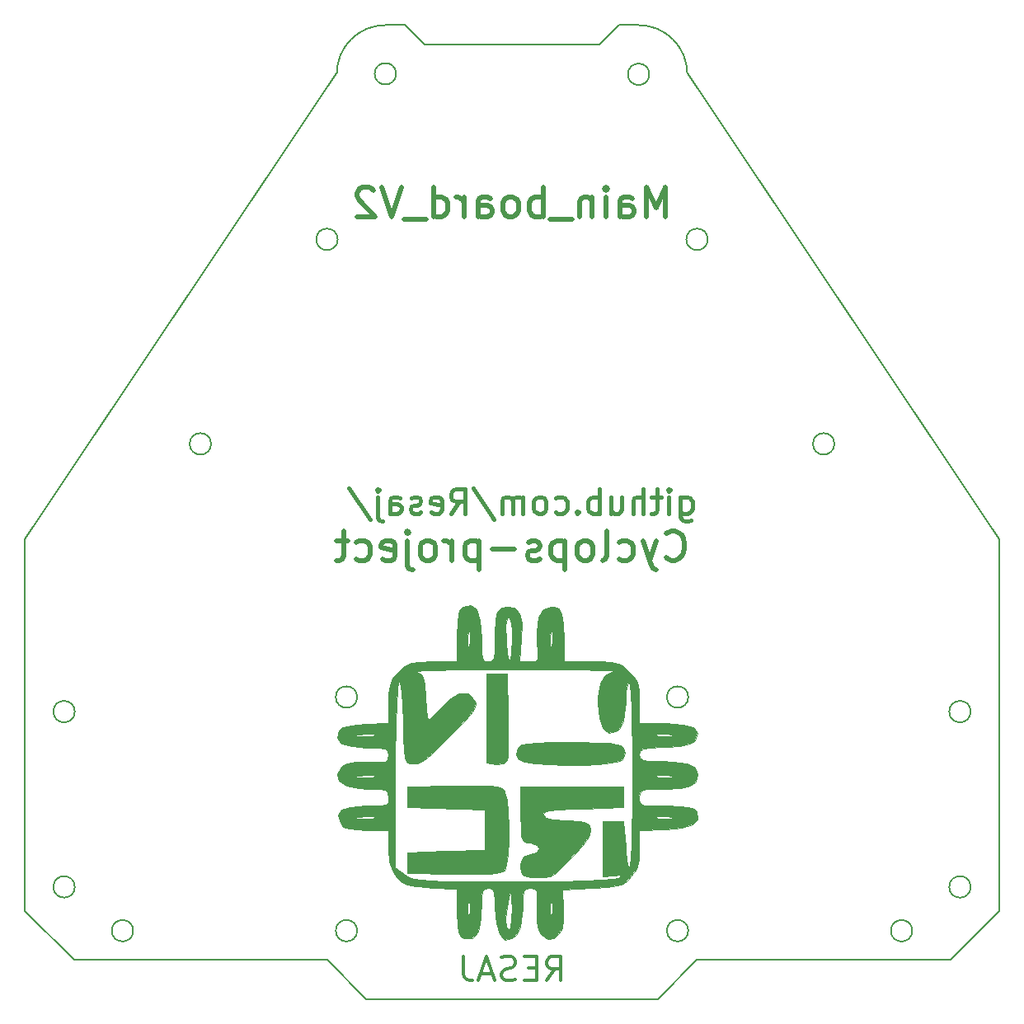
<source format=gbo>
G04 #@! TF.FileFunction,Legend,Bot*
%FSLAX46Y46*%
G04 Gerber Fmt 4.6, Leading zero omitted, Abs format (unit mm)*
G04 Created by KiCad (PCBNEW 4.0.7) date 01/20/18 23:10:14*
%MOMM*%
%LPD*%
G01*
G04 APERTURE LIST*
%ADD10C,0.100000*%
%ADD11C,0.400000*%
%ADD12C,0.500000*%
%ADD13C,0.150000*%
%ADD14C,0.300000*%
%ADD15C,0.010000*%
%ADD16R,2.000000X2.000000*%
%ADD17O,2.000000X2.000000*%
%ADD18R,2.100000X2.100000*%
%ADD19O,2.100000X2.100000*%
%ADD20R,2.200000X2.200000*%
%ADD21C,2.200000*%
%ADD22O,2.200000X2.200000*%
%ADD23R,2.150000X2.150000*%
%ADD24C,2.150000*%
%ADD25C,2.000000*%
%ADD26C,1.800000*%
%ADD27R,2.000000X2.800000*%
%ADD28O,2.000000X2.800000*%
%ADD29C,2.400000*%
%ADD30R,1.750000X1.750000*%
%ADD31O,1.750000X1.750000*%
G04 APERTURE END LIST*
D10*
D11*
X67309524Y51535714D02*
X67309524Y49511905D01*
X67428572Y49273810D01*
X67547620Y49154762D01*
X67785715Y49035714D01*
X68142858Y49035714D01*
X68380953Y49154762D01*
X67309524Y49988095D02*
X67547620Y49869048D01*
X68023810Y49869048D01*
X68261905Y49988095D01*
X68380953Y50107143D01*
X68500001Y50345238D01*
X68500001Y51059524D01*
X68380953Y51297619D01*
X68261905Y51416667D01*
X68023810Y51535714D01*
X67547620Y51535714D01*
X67309524Y51416667D01*
X66119048Y49869048D02*
X66119048Y51535714D01*
X66119048Y52369048D02*
X66238096Y52250000D01*
X66119048Y52130952D01*
X66000000Y52250000D01*
X66119048Y52369048D01*
X66119048Y52130952D01*
X65285715Y51535714D02*
X64333334Y51535714D01*
X64928572Y52369048D02*
X64928572Y50226190D01*
X64809524Y49988095D01*
X64571429Y49869048D01*
X64333334Y49869048D01*
X63500001Y49869048D02*
X63500001Y52369048D01*
X62428572Y49869048D02*
X62428572Y51178571D01*
X62547620Y51416667D01*
X62785715Y51535714D01*
X63142858Y51535714D01*
X63380953Y51416667D01*
X63500001Y51297619D01*
X60166667Y51535714D02*
X60166667Y49869048D01*
X61238096Y51535714D02*
X61238096Y50226190D01*
X61119048Y49988095D01*
X60880953Y49869048D01*
X60523810Y49869048D01*
X60285715Y49988095D01*
X60166667Y50107143D01*
X58976191Y49869048D02*
X58976191Y52369048D01*
X58976191Y51416667D02*
X58738096Y51535714D01*
X58261905Y51535714D01*
X58023810Y51416667D01*
X57904762Y51297619D01*
X57785715Y51059524D01*
X57785715Y50345238D01*
X57904762Y50107143D01*
X58023810Y49988095D01*
X58261905Y49869048D01*
X58738096Y49869048D01*
X58976191Y49988095D01*
X56714286Y50107143D02*
X56595238Y49988095D01*
X56714286Y49869048D01*
X56833334Y49988095D01*
X56714286Y50107143D01*
X56714286Y49869048D01*
X54452381Y49988095D02*
X54690477Y49869048D01*
X55166667Y49869048D01*
X55404762Y49988095D01*
X55523810Y50107143D01*
X55642858Y50345238D01*
X55642858Y51059524D01*
X55523810Y51297619D01*
X55404762Y51416667D01*
X55166667Y51535714D01*
X54690477Y51535714D01*
X54452381Y51416667D01*
X53023810Y49869048D02*
X53261905Y49988095D01*
X53380953Y50107143D01*
X53500001Y50345238D01*
X53500001Y51059524D01*
X53380953Y51297619D01*
X53261905Y51416667D01*
X53023810Y51535714D01*
X52666667Y51535714D01*
X52428572Y51416667D01*
X52309524Y51297619D01*
X52190477Y51059524D01*
X52190477Y50345238D01*
X52309524Y50107143D01*
X52428572Y49988095D01*
X52666667Y49869048D01*
X53023810Y49869048D01*
X51119048Y49869048D02*
X51119048Y51535714D01*
X51119048Y51297619D02*
X51000000Y51416667D01*
X50761905Y51535714D01*
X50404762Y51535714D01*
X50166667Y51416667D01*
X50047619Y51178571D01*
X50047619Y49869048D01*
X50047619Y51178571D02*
X49928572Y51416667D01*
X49690476Y51535714D01*
X49333334Y51535714D01*
X49095238Y51416667D01*
X48976191Y51178571D01*
X48976191Y49869048D01*
X46000001Y52488095D02*
X48142858Y49273810D01*
X43738095Y49869048D02*
X44571429Y51059524D01*
X45166667Y49869048D02*
X45166667Y52369048D01*
X44214286Y52369048D01*
X43976191Y52250000D01*
X43857143Y52130952D01*
X43738095Y51892857D01*
X43738095Y51535714D01*
X43857143Y51297619D01*
X43976191Y51178571D01*
X44214286Y51059524D01*
X45166667Y51059524D01*
X41714286Y49988095D02*
X41952381Y49869048D01*
X42428572Y49869048D01*
X42666667Y49988095D01*
X42785715Y50226190D01*
X42785715Y51178571D01*
X42666667Y51416667D01*
X42428572Y51535714D01*
X41952381Y51535714D01*
X41714286Y51416667D01*
X41595238Y51178571D01*
X41595238Y50940476D01*
X42785715Y50702381D01*
X40642858Y49988095D02*
X40404762Y49869048D01*
X39928572Y49869048D01*
X39690477Y49988095D01*
X39571429Y50226190D01*
X39571429Y50345238D01*
X39690477Y50583333D01*
X39928572Y50702381D01*
X40285715Y50702381D01*
X40523810Y50821429D01*
X40642858Y51059524D01*
X40642858Y51178571D01*
X40523810Y51416667D01*
X40285715Y51535714D01*
X39928572Y51535714D01*
X39690477Y51416667D01*
X37428571Y49869048D02*
X37428571Y51178571D01*
X37547619Y51416667D01*
X37785714Y51535714D01*
X38261905Y51535714D01*
X38500000Y51416667D01*
X37428571Y49988095D02*
X37666667Y49869048D01*
X38261905Y49869048D01*
X38500000Y49988095D01*
X38619048Y50226190D01*
X38619048Y50464286D01*
X38500000Y50702381D01*
X38261905Y50821429D01*
X37666667Y50821429D01*
X37428571Y50940476D01*
X36238095Y51535714D02*
X36238095Y49392857D01*
X36357143Y49154762D01*
X36595238Y49035714D01*
X36714285Y49035714D01*
X36238095Y52369048D02*
X36357143Y52250000D01*
X36238095Y52130952D01*
X36119047Y52250000D01*
X36238095Y52369048D01*
X36238095Y52130952D01*
X33261905Y52488095D02*
X35404762Y49273810D01*
D12*
X65857144Y45328571D02*
X66000001Y45185714D01*
X66428572Y45042857D01*
X66714286Y45042857D01*
X67142858Y45185714D01*
X67428572Y45471429D01*
X67571429Y45757143D01*
X67714286Y46328571D01*
X67714286Y46757143D01*
X67571429Y47328571D01*
X67428572Y47614286D01*
X67142858Y47900000D01*
X66714286Y48042857D01*
X66428572Y48042857D01*
X66000001Y47900000D01*
X65857144Y47757143D01*
X64857144Y47042857D02*
X64142858Y45042857D01*
X63428572Y47042857D02*
X64142858Y45042857D01*
X64428572Y44328571D01*
X64571429Y44185714D01*
X64857144Y44042857D01*
X61000001Y45185714D02*
X61285715Y45042857D01*
X61857144Y45042857D01*
X62142858Y45185714D01*
X62285715Y45328571D01*
X62428572Y45614286D01*
X62428572Y46471429D01*
X62285715Y46757143D01*
X62142858Y46900000D01*
X61857144Y47042857D01*
X61285715Y47042857D01*
X61000001Y46900000D01*
X59285715Y45042857D02*
X59571429Y45185714D01*
X59714286Y45471429D01*
X59714286Y48042857D01*
X57714286Y45042857D02*
X58000000Y45185714D01*
X58142857Y45328571D01*
X58285714Y45614286D01*
X58285714Y46471429D01*
X58142857Y46757143D01*
X58000000Y46900000D01*
X57714286Y47042857D01*
X57285714Y47042857D01*
X57000000Y46900000D01*
X56857143Y46757143D01*
X56714286Y46471429D01*
X56714286Y45614286D01*
X56857143Y45328571D01*
X57000000Y45185714D01*
X57285714Y45042857D01*
X57714286Y45042857D01*
X55428571Y47042857D02*
X55428571Y44042857D01*
X55428571Y46900000D02*
X55142857Y47042857D01*
X54571428Y47042857D01*
X54285714Y46900000D01*
X54142857Y46757143D01*
X54000000Y46471429D01*
X54000000Y45614286D01*
X54142857Y45328571D01*
X54285714Y45185714D01*
X54571428Y45042857D01*
X55142857Y45042857D01*
X55428571Y45185714D01*
X52857142Y45185714D02*
X52571428Y45042857D01*
X52000000Y45042857D01*
X51714285Y45185714D01*
X51571428Y45471429D01*
X51571428Y45614286D01*
X51714285Y45900000D01*
X52000000Y46042857D01*
X52428571Y46042857D01*
X52714285Y46185714D01*
X52857142Y46471429D01*
X52857142Y46614286D01*
X52714285Y46900000D01*
X52428571Y47042857D01*
X52000000Y47042857D01*
X51714285Y46900000D01*
X50285714Y46185714D02*
X48000000Y46185714D01*
X46571428Y47042857D02*
X46571428Y44042857D01*
X46571428Y46900000D02*
X46285714Y47042857D01*
X45714285Y47042857D01*
X45428571Y46900000D01*
X45285714Y46757143D01*
X45142857Y46471429D01*
X45142857Y45614286D01*
X45285714Y45328571D01*
X45428571Y45185714D01*
X45714285Y45042857D01*
X46285714Y45042857D01*
X46571428Y45185714D01*
X43857142Y45042857D02*
X43857142Y47042857D01*
X43857142Y46471429D02*
X43714285Y46757143D01*
X43571428Y46900000D01*
X43285714Y47042857D01*
X42999999Y47042857D01*
X41571428Y45042857D02*
X41857142Y45185714D01*
X41999999Y45328571D01*
X42142856Y45614286D01*
X42142856Y46471429D01*
X41999999Y46757143D01*
X41857142Y46900000D01*
X41571428Y47042857D01*
X41142856Y47042857D01*
X40857142Y46900000D01*
X40714285Y46757143D01*
X40571428Y46471429D01*
X40571428Y45614286D01*
X40714285Y45328571D01*
X40857142Y45185714D01*
X41142856Y45042857D01*
X41571428Y45042857D01*
X39285713Y47042857D02*
X39285713Y44471429D01*
X39428570Y44185714D01*
X39714285Y44042857D01*
X39857142Y44042857D01*
X39285713Y48042857D02*
X39428570Y47900000D01*
X39285713Y47757143D01*
X39142856Y47900000D01*
X39285713Y48042857D01*
X39285713Y47757143D01*
X36714285Y45185714D02*
X36999999Y45042857D01*
X37571428Y45042857D01*
X37857142Y45185714D01*
X37999999Y45471429D01*
X37999999Y46614286D01*
X37857142Y46900000D01*
X37571428Y47042857D01*
X36999999Y47042857D01*
X36714285Y46900000D01*
X36571428Y46614286D01*
X36571428Y46328571D01*
X37999999Y46042857D01*
X33999999Y45185714D02*
X34285713Y45042857D01*
X34857142Y45042857D01*
X35142856Y45185714D01*
X35285713Y45328571D01*
X35428570Y45614286D01*
X35428570Y46471429D01*
X35285713Y46757143D01*
X35142856Y46900000D01*
X34857142Y47042857D01*
X34285713Y47042857D01*
X33999999Y46900000D01*
X33142856Y47042857D02*
X31999999Y47042857D01*
X32714284Y48042857D02*
X32714284Y45471429D01*
X32571427Y45185714D01*
X32285713Y45042857D01*
X31999999Y45042857D01*
D13*
X61000000Y100000000D02*
X63000000Y100000000D01*
X37000000Y100000000D02*
X39000000Y100000000D01*
X59000000Y98000000D02*
X61000000Y100000000D01*
X41000000Y98000000D02*
X59000000Y98000000D01*
X39000000Y100000000D02*
X41000000Y98000000D01*
D12*
X65785714Y80342857D02*
X65785714Y83342857D01*
X64785714Y81200000D01*
X63785714Y83342857D01*
X63785714Y80342857D01*
X61071429Y80342857D02*
X61071429Y81914286D01*
X61214286Y82200000D01*
X61500000Y82342857D01*
X62071429Y82342857D01*
X62357143Y82200000D01*
X61071429Y80485714D02*
X61357143Y80342857D01*
X62071429Y80342857D01*
X62357143Y80485714D01*
X62500000Y80771429D01*
X62500000Y81057143D01*
X62357143Y81342857D01*
X62071429Y81485714D01*
X61357143Y81485714D01*
X61071429Y81628571D01*
X59642857Y80342857D02*
X59642857Y82342857D01*
X59642857Y83342857D02*
X59785714Y83200000D01*
X59642857Y83057143D01*
X59500000Y83200000D01*
X59642857Y83342857D01*
X59642857Y83057143D01*
X58214286Y82342857D02*
X58214286Y80342857D01*
X58214286Y82057143D02*
X58071429Y82200000D01*
X57785715Y82342857D01*
X57357143Y82342857D01*
X57071429Y82200000D01*
X56928572Y81914286D01*
X56928572Y80342857D01*
X56214286Y80057143D02*
X53928572Y80057143D01*
X53214286Y80342857D02*
X53214286Y83342857D01*
X53214286Y82200000D02*
X52928572Y82342857D01*
X52357143Y82342857D01*
X52071429Y82200000D01*
X51928572Y82057143D01*
X51785715Y81771429D01*
X51785715Y80914286D01*
X51928572Y80628571D01*
X52071429Y80485714D01*
X52357143Y80342857D01*
X52928572Y80342857D01*
X53214286Y80485714D01*
X50071429Y80342857D02*
X50357143Y80485714D01*
X50500000Y80628571D01*
X50642857Y80914286D01*
X50642857Y81771429D01*
X50500000Y82057143D01*
X50357143Y82200000D01*
X50071429Y82342857D01*
X49642857Y82342857D01*
X49357143Y82200000D01*
X49214286Y82057143D01*
X49071429Y81771429D01*
X49071429Y80914286D01*
X49214286Y80628571D01*
X49357143Y80485714D01*
X49642857Y80342857D01*
X50071429Y80342857D01*
X46500000Y80342857D02*
X46500000Y81914286D01*
X46642857Y82200000D01*
X46928571Y82342857D01*
X47500000Y82342857D01*
X47785714Y82200000D01*
X46500000Y80485714D02*
X46785714Y80342857D01*
X47500000Y80342857D01*
X47785714Y80485714D01*
X47928571Y80771429D01*
X47928571Y81057143D01*
X47785714Y81342857D01*
X47500000Y81485714D01*
X46785714Y81485714D01*
X46500000Y81628571D01*
X45071428Y80342857D02*
X45071428Y82342857D01*
X45071428Y81771429D02*
X44928571Y82057143D01*
X44785714Y82200000D01*
X44500000Y82342857D01*
X44214285Y82342857D01*
X41928571Y80342857D02*
X41928571Y83342857D01*
X41928571Y80485714D02*
X42214285Y80342857D01*
X42785714Y80342857D01*
X43071428Y80485714D01*
X43214285Y80628571D01*
X43357142Y80914286D01*
X43357142Y81771429D01*
X43214285Y82057143D01*
X43071428Y82200000D01*
X42785714Y82342857D01*
X42214285Y82342857D01*
X41928571Y82200000D01*
X41214285Y80057143D02*
X38928571Y80057143D01*
X38642857Y83342857D02*
X37642857Y80342857D01*
X36642857Y83342857D01*
X35785713Y83057143D02*
X35642856Y83200000D01*
X35357142Y83342857D01*
X34642856Y83342857D01*
X34357142Y83200000D01*
X34214285Y83057143D01*
X34071428Y82771429D01*
X34071428Y82485714D01*
X34214285Y82057143D01*
X35928571Y80342857D01*
X34071428Y80342857D01*
D13*
X100000000Y47200000D02*
X68000000Y95000000D01*
X68000000Y95000000D02*
G75*
G03X63000000Y100000000I-5000000J0D01*
G01*
X32000000Y95000000D02*
X0Y47200000D01*
X37000000Y100000000D02*
G75*
G03X32000000Y95000000I0J-5000000D01*
G01*
X83100000Y57000000D02*
G75*
G03X83100000Y57000000I-1100000J0D01*
G01*
X19100000Y57000000D02*
G75*
G03X19100000Y57000000I-1100000J0D01*
G01*
X70100000Y78000000D02*
G75*
G03X70100000Y78000000I-1100000J0D01*
G01*
X32100000Y78000000D02*
G75*
G03X32100000Y78000000I-1100000J0D01*
G01*
D14*
X53571428Y1869048D02*
X54404762Y3059524D01*
X55000000Y1869048D02*
X55000000Y4369048D01*
X54047619Y4369048D01*
X53809524Y4250000D01*
X53690476Y4130952D01*
X53571428Y3892857D01*
X53571428Y3535714D01*
X53690476Y3297619D01*
X53809524Y3178571D01*
X54047619Y3059524D01*
X55000000Y3059524D01*
X52500000Y3178571D02*
X51666667Y3178571D01*
X51309524Y1869048D02*
X52500000Y1869048D01*
X52500000Y4369048D01*
X51309524Y4369048D01*
X50357143Y1988095D02*
X50000000Y1869048D01*
X49404762Y1869048D01*
X49166666Y1988095D01*
X49047619Y2107143D01*
X48928571Y2345238D01*
X48928571Y2583333D01*
X49047619Y2821429D01*
X49166666Y2940476D01*
X49404762Y3059524D01*
X49880952Y3178571D01*
X50119047Y3297619D01*
X50238095Y3416667D01*
X50357143Y3654762D01*
X50357143Y3892857D01*
X50238095Y4130952D01*
X50119047Y4250000D01*
X49880952Y4369048D01*
X49285714Y4369048D01*
X48928571Y4250000D01*
X47976191Y2583333D02*
X46785714Y2583333D01*
X48214286Y1869048D02*
X47380952Y4369048D01*
X46547619Y1869048D01*
X45000000Y4369048D02*
X45000000Y2583333D01*
X45119048Y2226190D01*
X45357143Y1988095D01*
X45714286Y1869048D01*
X45952381Y1869048D01*
D13*
X64100000Y94950000D02*
G75*
G03X64100000Y94950000I-1100000J0D01*
G01*
X38100000Y95000000D02*
G75*
G03X38100000Y95000000I-1100000J0D01*
G01*
X34100000Y31000000D02*
G75*
G03X34100000Y31000000I-1100000J0D01*
G01*
X68100000Y31000000D02*
G75*
G03X68100000Y31000000I-1100000J0D01*
G01*
X68100000Y7000000D02*
G75*
G03X68100000Y7000000I-1100000J0D01*
G01*
X34100000Y7000000D02*
G75*
G03X34100000Y7000000I-1100000J0D01*
G01*
X91100000Y7000000D02*
G75*
G03X91100000Y7000000I-1100000J0D01*
G01*
X11100000Y7000000D02*
G75*
G03X11100000Y7000000I-1100000J0D01*
G01*
X95000000Y4000000D02*
X100000000Y9000000D01*
X69000000Y4000000D02*
X95000000Y4000000D01*
X65000000Y0D02*
X69000000Y4000000D01*
X35000000Y0D02*
X65000000Y0D01*
X5000000Y4000000D02*
X0Y9000000D01*
X31000000Y4000000D02*
X5000000Y4000000D01*
X35000000Y0D02*
X31000000Y4000000D01*
X97100000Y29500000D02*
G75*
G03X97100000Y29500000I-1100000J0D01*
G01*
X97100000Y11500000D02*
G75*
G03X97100000Y11500000I-1100000J0D01*
G01*
X5100000Y11500000D02*
G75*
G03X5100000Y11500000I-1100000J0D01*
G01*
X5100000Y29500000D02*
G75*
G03X5100000Y29500000I-1100000J0D01*
G01*
X0Y47200000D02*
X0Y9000000D01*
X100000000Y9000000D02*
X100000000Y47200000D01*
D15*
G36*
X45036612Y40273000D02*
X44679385Y39980354D01*
X44472038Y39467509D01*
X44376755Y38567995D01*
X44355555Y37275088D01*
X44355555Y34641667D01*
X41858974Y34641667D01*
X40507469Y34615470D01*
X39633951Y34492660D01*
X39011499Y34206907D01*
X38413195Y33691879D01*
X38331196Y33610470D01*
X37739824Y32932043D01*
X37429343Y32240906D01*
X37312883Y31270952D01*
X37300000Y30451589D01*
X37300000Y28323904D01*
X34955578Y28219591D01*
X33520815Y28098360D01*
X32654667Y27868970D01*
X32242007Y27527488D01*
X32042214Y26775939D01*
X32500271Y26233663D01*
X33596653Y25912517D01*
X35050140Y25822223D01*
X36271013Y25803103D01*
X36946456Y25708159D01*
X37236324Y25481007D01*
X37300475Y25065267D01*
X37300643Y25028473D01*
X37249251Y24587329D01*
X36983231Y24364771D01*
X36336195Y24306198D01*
X35237795Y24351538D01*
X33894684Y24364263D01*
X33050369Y24192584D01*
X32591319Y23885367D01*
X32076481Y23080820D01*
X32212780Y22408900D01*
X32951552Y21912309D01*
X34244134Y21633746D01*
X35208532Y21588889D01*
X36372925Y21569683D01*
X36998549Y21465221D01*
X37252030Y21205240D01*
X37299992Y20719476D01*
X37300000Y20706945D01*
X37258736Y20229387D01*
X37027693Y19965308D01*
X36445994Y19851644D01*
X35352762Y19825331D01*
X35050140Y19825000D01*
X33440574Y19724065D01*
X32477817Y19407843D01*
X32130649Y18856207D01*
X32349042Y18083662D01*
X32668568Y17679429D01*
X33202672Y17457599D01*
X34137206Y17367496D01*
X35019356Y17355556D01*
X37300000Y17355556D01*
X37300000Y15434950D01*
X37381850Y14109260D01*
X37683997Y13184100D01*
X38143848Y12533313D01*
X38652160Y12022078D01*
X39223424Y11710841D01*
X40059326Y11535768D01*
X41361552Y11433023D01*
X41671626Y11416749D01*
X44355555Y11281216D01*
X44355555Y8874103D01*
X44378386Y7581762D01*
X44479840Y6823479D01*
X44709363Y6428361D01*
X45116399Y6225514D01*
X45122425Y6223595D01*
X45940465Y6248929D01*
X46493691Y6926473D01*
X46780849Y8253954D01*
X46822178Y9241667D01*
X45653751Y9241667D01*
X45635688Y8272478D01*
X45588039Y7840941D01*
X45520619Y8026132D01*
X45511469Y8095139D01*
X45453086Y9332160D01*
X45511469Y10388195D01*
X45580638Y10654452D01*
X45631239Y10294284D01*
X45653458Y9386768D01*
X45653751Y9241667D01*
X46822178Y9241667D01*
X46825000Y9309093D01*
X46852454Y10468274D01*
X46972355Y11086372D01*
X47241013Y11326935D01*
X47530555Y11358334D01*
X47936404Y11275119D01*
X48148922Y10914529D01*
X48227912Y10110148D01*
X48236111Y9394864D01*
X48360778Y7721073D01*
X48714447Y6607786D01*
X49266623Y6092301D01*
X49986809Y6211918D01*
X50503968Y6621032D01*
X50885598Y7387196D01*
X51049475Y8740953D01*
X51058333Y9266865D01*
X51059539Y9329861D01*
X49958261Y9329861D01*
X49928852Y8140516D01*
X49805449Y7354186D01*
X49647222Y7125000D01*
X49418599Y7432549D01*
X49333996Y8181963D01*
X49336183Y8271528D01*
X49456982Y9476969D01*
X49647222Y10476389D01*
X49793608Y10919868D01*
X49885572Y10806857D01*
X49938670Y10080010D01*
X49958261Y9329861D01*
X51059539Y9329861D01*
X51080689Y10434201D01*
X51189575Y11061721D01*
X51447721Y11314764D01*
X51852083Y11358976D01*
X52293227Y11307585D01*
X52515785Y11041565D01*
X52574357Y10394528D01*
X52529018Y9296129D01*
X52516292Y7953018D01*
X52687972Y7108703D01*
X52995189Y6649653D01*
X53681232Y6136411D01*
X54276836Y6233490D01*
X54760630Y6644361D01*
X55123380Y7270876D01*
X55259630Y8294384D01*
X55245318Y9202000D01*
X55243455Y9241667D01*
X54120418Y9241667D01*
X54102354Y8272478D01*
X54054706Y7840941D01*
X53987285Y8026132D01*
X53978135Y8095139D01*
X53919753Y9332160D01*
X53978135Y10388195D01*
X54047305Y10654452D01*
X54097906Y10294284D01*
X54120125Y9386768D01*
X54120418Y9241667D01*
X55243455Y9241667D01*
X55152311Y11181945D01*
X58260483Y11369190D01*
X59783961Y11478873D01*
X60781276Y11620721D01*
X61431515Y11847604D01*
X61913768Y12212395D01*
X62210716Y12535390D01*
X62753439Y13356931D01*
X63004423Y14349738D01*
X63052778Y15420111D01*
X63052778Y17325877D01*
X65749728Y17428911D01*
X67457005Y17576966D01*
X68527544Y17886532D01*
X69018256Y18390049D01*
X69008650Y18607777D01*
X67155421Y18607777D01*
X66833805Y18559759D01*
X65953909Y18534521D01*
X65522222Y18532495D01*
X64462243Y18547817D01*
X63934468Y18588647D01*
X64012516Y18647286D01*
X64199305Y18670877D01*
X65523962Y18727959D01*
X66845139Y18670877D01*
X67155421Y18607777D01*
X69008650Y18607777D01*
X68986052Y19119959D01*
X68940826Y19247883D01*
X68695100Y19545607D01*
X68145124Y19723123D01*
X67149522Y19807139D01*
X65886072Y19825000D01*
X64483034Y19834309D01*
X63641866Y19892051D01*
X63218894Y20042950D01*
X63070441Y20331728D01*
X63052778Y20706945D01*
X63087029Y21160281D01*
X63290188Y21423577D01*
X63812866Y21548411D01*
X64805671Y21586362D01*
X65628055Y21588889D01*
X65663002Y21590342D01*
X62352041Y21590342D01*
X62340395Y19427553D01*
X62311516Y17447747D01*
X62264884Y15761974D01*
X62199983Y14481289D01*
X62116296Y13716741D01*
X62082639Y13592048D01*
X61925505Y13547731D01*
X61779751Y14163673D01*
X61655365Y15394576D01*
X61641666Y15591667D01*
X61465278Y18237500D01*
X59348611Y18237500D01*
X59348611Y12593056D01*
X60406944Y12696995D01*
X61069262Y12719855D01*
X61106765Y12570763D01*
X60936111Y12437814D01*
X60412163Y12324429D01*
X59225237Y12229995D01*
X57417693Y12155957D01*
X55031891Y12103760D01*
X52110191Y12074849D01*
X50135769Y12069291D01*
X47168424Y12069724D01*
X44824046Y12078068D01*
X43020048Y12099674D01*
X41673847Y12139893D01*
X40702857Y12204076D01*
X40024494Y12297576D01*
X39556172Y12425741D01*
X39215308Y12593925D01*
X38935075Y12795049D01*
X38005555Y13526210D01*
X38005555Y18599918D01*
X36596118Y18599918D01*
X36235950Y18549317D01*
X35328434Y18527097D01*
X35183333Y18526804D01*
X34214144Y18544868D01*
X33782607Y18592517D01*
X33967799Y18659937D01*
X34036805Y18669087D01*
X35273826Y18727469D01*
X36329861Y18669087D01*
X36596118Y18599918D01*
X38005555Y18599918D01*
X38005555Y22833251D01*
X36596118Y22833251D01*
X36235950Y22782650D01*
X35328434Y22760431D01*
X35183333Y22760138D01*
X34214144Y22778201D01*
X33782607Y22825850D01*
X33967799Y22893270D01*
X34036805Y22902420D01*
X35273826Y22960803D01*
X36329861Y22902420D01*
X36596118Y22833251D01*
X38005555Y22833251D01*
X38005555Y23004785D01*
X38018070Y25880481D01*
X38035547Y27066584D01*
X36596118Y27066584D01*
X36235950Y27015983D01*
X35328434Y26993764D01*
X35183333Y26993471D01*
X34214144Y27011535D01*
X33782607Y27059183D01*
X33967799Y27126604D01*
X34036805Y27135754D01*
X35273826Y27194136D01*
X36329861Y27135754D01*
X36596118Y27066584D01*
X38035547Y27066584D01*
X38054181Y28331150D01*
X38111744Y30295952D01*
X38188613Y31714047D01*
X38282641Y32524593D01*
X38347362Y32694609D01*
X38503972Y32455734D01*
X38635683Y31575861D01*
X38735617Y30119316D01*
X38788335Y28570290D01*
X38833691Y26761352D01*
X38889306Y25538932D01*
X38981465Y24784177D01*
X39136454Y24378229D01*
X39380557Y24202236D01*
X39740060Y24137341D01*
X39769444Y24133977D01*
X40270172Y24194004D01*
X40897117Y24530438D01*
X41748281Y25216639D01*
X42921665Y26325970D01*
X43598001Y26999953D01*
X44852193Y28280303D01*
X45668342Y29176353D01*
X46117677Y29792115D01*
X46271427Y30231604D01*
X46200821Y30598832D01*
X46143228Y30716671D01*
X45490032Y31369757D01*
X44609959Y31386306D01*
X43556995Y30777026D01*
X42810024Y30055556D01*
X42074372Y29271553D01*
X41541143Y28759193D01*
X41373981Y28644445D01*
X41278823Y28966702D01*
X41183699Y29811981D01*
X41109053Y30998044D01*
X41108479Y31011001D01*
X41030822Y32282815D01*
X40894714Y33023002D01*
X40634463Y33405456D01*
X40184377Y33604067D01*
X40122222Y33621670D01*
X40239384Y33681179D01*
X40986156Y33735086D01*
X42286604Y33781589D01*
X44064792Y33818888D01*
X46244786Y33845184D01*
X48750651Y33858676D01*
X50176389Y33860024D01*
X52833255Y33853568D01*
X55212993Y33837983D01*
X57237924Y33814567D01*
X58830372Y33784618D01*
X59912657Y33749434D01*
X60407101Y33710313D01*
X60406944Y33689040D01*
X59556014Y33257778D01*
X59046656Y32385589D01*
X58832931Y30976311D01*
X58819444Y30366106D01*
X58958154Y28818547D01*
X59342073Y27778391D01*
X59922884Y27300571D01*
X60652274Y27440018D01*
X61087301Y27787699D01*
X61468931Y28553863D01*
X61632808Y29907620D01*
X61641666Y30433532D01*
X61695797Y31550676D01*
X61836893Y32306958D01*
X61994444Y32525000D01*
X62088956Y32190792D01*
X62169855Y31262202D01*
X62236623Y29850281D01*
X62288742Y28066083D01*
X62325697Y26020660D01*
X62346969Y23825062D01*
X62352041Y21590342D01*
X65663002Y21590342D01*
X67271212Y21657206D01*
X68321320Y21891314D01*
X68880247Y22334953D01*
X69003436Y22841111D01*
X67155421Y22841111D01*
X66833805Y22793092D01*
X65953909Y22767855D01*
X65522222Y22765829D01*
X64462243Y22781150D01*
X63934468Y22821980D01*
X64012516Y22880619D01*
X64199305Y22904210D01*
X65523962Y22961292D01*
X66845139Y22904210D01*
X67155421Y22841111D01*
X69003436Y22841111D01*
X69049861Y23031861D01*
X69050000Y23058144D01*
X68779966Y23726860D01*
X67941362Y24161879D01*
X66491434Y24378914D01*
X65369025Y24411111D01*
X64118962Y24433392D01*
X63419304Y24530956D01*
X63115506Y24749891D01*
X63052778Y25101828D01*
X63124936Y25456212D01*
X63437092Y25675824D01*
X64132768Y25802905D01*
X65355487Y25879693D01*
X65749728Y25895578D01*
X67255039Y25993616D01*
X68195018Y26168424D01*
X68708419Y26451261D01*
X68816076Y26586402D01*
X68956564Y27074444D01*
X67155421Y27074444D01*
X66833805Y27026425D01*
X65953909Y27001188D01*
X65522222Y26999162D01*
X64462243Y27014483D01*
X63934468Y27055314D01*
X64012516Y27113952D01*
X64199305Y27137543D01*
X65523962Y27194626D01*
X66845139Y27137543D01*
X67155421Y27074444D01*
X68956564Y27074444D01*
X69031009Y27333056D01*
X68594297Y27863295D01*
X67498063Y28181368D01*
X65734431Y28291525D01*
X65655415Y28291667D01*
X63052778Y28291667D01*
X63052778Y30435470D01*
X63011543Y31701457D01*
X62830676Y32527959D01*
X62424429Y33178985D01*
X62021581Y33610470D01*
X61456807Y34126057D01*
X60903404Y34433410D01*
X60160179Y34585994D01*
X59025937Y34637273D01*
X58141025Y34641667D01*
X55291667Y34641667D01*
X55291667Y36905870D01*
X55290941Y36934722D01*
X54117573Y36934722D01*
X54102031Y35904896D01*
X54058276Y35395443D01*
X53994979Y35489458D01*
X53978722Y35603937D01*
X53919496Y36770531D01*
X53971115Y38026237D01*
X53975877Y38073382D01*
X54041290Y38407198D01*
X54090913Y38104957D01*
X54116102Y37236121D01*
X54117573Y36934722D01*
X55290941Y36934722D01*
X55251528Y38500769D01*
X55101257Y39513284D01*
X54796069Y40063553D01*
X54291180Y40271714D01*
X54031613Y40286111D01*
X53191026Y40009102D01*
X52692873Y39162218D01*
X52527408Y37721677D01*
X52570370Y36720526D01*
X52649405Y35563469D01*
X52606708Y34942667D01*
X52377787Y34691145D01*
X51898148Y34641928D01*
X51767423Y34641667D01*
X50798258Y34641667D01*
X50970988Y36934722D01*
X50000000Y36934722D01*
X49948489Y35520252D01*
X49820261Y34801590D01*
X49654771Y34778622D01*
X49491478Y35451232D01*
X49369837Y36819303D01*
X49364111Y36936592D01*
X49356070Y38274063D01*
X49473540Y39055569D01*
X49628695Y39227778D01*
X49834773Y38897647D01*
X49964806Y37993537D01*
X50000000Y36934722D01*
X50970988Y36934722D01*
X50971030Y36935278D01*
X51001438Y38554792D01*
X50773483Y39593067D01*
X50246820Y40139893D01*
X49465381Y40286111D01*
X48884415Y40174686D01*
X48515540Y39760943D01*
X48315408Y38925683D01*
X48240669Y37549706D01*
X48236111Y36905870D01*
X48213569Y35674378D01*
X48113374Y34991087D01*
X47886678Y34699231D01*
X47530555Y34641667D01*
X47158251Y34708935D01*
X46945744Y35011777D01*
X46849284Y35701752D01*
X46825124Y36930417D01*
X46825121Y36934722D01*
X45650906Y36934722D01*
X45635364Y35904896D01*
X45591610Y35395443D01*
X45528312Y35489458D01*
X45512055Y35603937D01*
X45452829Y36770531D01*
X45504449Y38026237D01*
X45509210Y38073382D01*
X45574624Y38407198D01*
X45624247Y38104957D01*
X45649435Y37236121D01*
X45650906Y36934722D01*
X46825121Y36934722D01*
X46825000Y37085913D01*
X46712304Y38866503D01*
X46372105Y39983795D01*
X45801237Y40443432D01*
X45036612Y40273000D01*
X45036612Y40273000D01*
G37*
X45036612Y40273000D02*
X44679385Y39980354D01*
X44472038Y39467509D01*
X44376755Y38567995D01*
X44355555Y37275088D01*
X44355555Y34641667D01*
X41858974Y34641667D01*
X40507469Y34615470D01*
X39633951Y34492660D01*
X39011499Y34206907D01*
X38413195Y33691879D01*
X38331196Y33610470D01*
X37739824Y32932043D01*
X37429343Y32240906D01*
X37312883Y31270952D01*
X37300000Y30451589D01*
X37300000Y28323904D01*
X34955578Y28219591D01*
X33520815Y28098360D01*
X32654667Y27868970D01*
X32242007Y27527488D01*
X32042214Y26775939D01*
X32500271Y26233663D01*
X33596653Y25912517D01*
X35050140Y25822223D01*
X36271013Y25803103D01*
X36946456Y25708159D01*
X37236324Y25481007D01*
X37300475Y25065267D01*
X37300643Y25028473D01*
X37249251Y24587329D01*
X36983231Y24364771D01*
X36336195Y24306198D01*
X35237795Y24351538D01*
X33894684Y24364263D01*
X33050369Y24192584D01*
X32591319Y23885367D01*
X32076481Y23080820D01*
X32212780Y22408900D01*
X32951552Y21912309D01*
X34244134Y21633746D01*
X35208532Y21588889D01*
X36372925Y21569683D01*
X36998549Y21465221D01*
X37252030Y21205240D01*
X37299992Y20719476D01*
X37300000Y20706945D01*
X37258736Y20229387D01*
X37027693Y19965308D01*
X36445994Y19851644D01*
X35352762Y19825331D01*
X35050140Y19825000D01*
X33440574Y19724065D01*
X32477817Y19407843D01*
X32130649Y18856207D01*
X32349042Y18083662D01*
X32668568Y17679429D01*
X33202672Y17457599D01*
X34137206Y17367496D01*
X35019356Y17355556D01*
X37300000Y17355556D01*
X37300000Y15434950D01*
X37381850Y14109260D01*
X37683997Y13184100D01*
X38143848Y12533313D01*
X38652160Y12022078D01*
X39223424Y11710841D01*
X40059326Y11535768D01*
X41361552Y11433023D01*
X41671626Y11416749D01*
X44355555Y11281216D01*
X44355555Y8874103D01*
X44378386Y7581762D01*
X44479840Y6823479D01*
X44709363Y6428361D01*
X45116399Y6225514D01*
X45122425Y6223595D01*
X45940465Y6248929D01*
X46493691Y6926473D01*
X46780849Y8253954D01*
X46822178Y9241667D01*
X45653751Y9241667D01*
X45635688Y8272478D01*
X45588039Y7840941D01*
X45520619Y8026132D01*
X45511469Y8095139D01*
X45453086Y9332160D01*
X45511469Y10388195D01*
X45580638Y10654452D01*
X45631239Y10294284D01*
X45653458Y9386768D01*
X45653751Y9241667D01*
X46822178Y9241667D01*
X46825000Y9309093D01*
X46852454Y10468274D01*
X46972355Y11086372D01*
X47241013Y11326935D01*
X47530555Y11358334D01*
X47936404Y11275119D01*
X48148922Y10914529D01*
X48227912Y10110148D01*
X48236111Y9394864D01*
X48360778Y7721073D01*
X48714447Y6607786D01*
X49266623Y6092301D01*
X49986809Y6211918D01*
X50503968Y6621032D01*
X50885598Y7387196D01*
X51049475Y8740953D01*
X51058333Y9266865D01*
X51059539Y9329861D01*
X49958261Y9329861D01*
X49928852Y8140516D01*
X49805449Y7354186D01*
X49647222Y7125000D01*
X49418599Y7432549D01*
X49333996Y8181963D01*
X49336183Y8271528D01*
X49456982Y9476969D01*
X49647222Y10476389D01*
X49793608Y10919868D01*
X49885572Y10806857D01*
X49938670Y10080010D01*
X49958261Y9329861D01*
X51059539Y9329861D01*
X51080689Y10434201D01*
X51189575Y11061721D01*
X51447721Y11314764D01*
X51852083Y11358976D01*
X52293227Y11307585D01*
X52515785Y11041565D01*
X52574357Y10394528D01*
X52529018Y9296129D01*
X52516292Y7953018D01*
X52687972Y7108703D01*
X52995189Y6649653D01*
X53681232Y6136411D01*
X54276836Y6233490D01*
X54760630Y6644361D01*
X55123380Y7270876D01*
X55259630Y8294384D01*
X55245318Y9202000D01*
X55243455Y9241667D01*
X54120418Y9241667D01*
X54102354Y8272478D01*
X54054706Y7840941D01*
X53987285Y8026132D01*
X53978135Y8095139D01*
X53919753Y9332160D01*
X53978135Y10388195D01*
X54047305Y10654452D01*
X54097906Y10294284D01*
X54120125Y9386768D01*
X54120418Y9241667D01*
X55243455Y9241667D01*
X55152311Y11181945D01*
X58260483Y11369190D01*
X59783961Y11478873D01*
X60781276Y11620721D01*
X61431515Y11847604D01*
X61913768Y12212395D01*
X62210716Y12535390D01*
X62753439Y13356931D01*
X63004423Y14349738D01*
X63052778Y15420111D01*
X63052778Y17325877D01*
X65749728Y17428911D01*
X67457005Y17576966D01*
X68527544Y17886532D01*
X69018256Y18390049D01*
X69008650Y18607777D01*
X67155421Y18607777D01*
X66833805Y18559759D01*
X65953909Y18534521D01*
X65522222Y18532495D01*
X64462243Y18547817D01*
X63934468Y18588647D01*
X64012516Y18647286D01*
X64199305Y18670877D01*
X65523962Y18727959D01*
X66845139Y18670877D01*
X67155421Y18607777D01*
X69008650Y18607777D01*
X68986052Y19119959D01*
X68940826Y19247883D01*
X68695100Y19545607D01*
X68145124Y19723123D01*
X67149522Y19807139D01*
X65886072Y19825000D01*
X64483034Y19834309D01*
X63641866Y19892051D01*
X63218894Y20042950D01*
X63070441Y20331728D01*
X63052778Y20706945D01*
X63087029Y21160281D01*
X63290188Y21423577D01*
X63812866Y21548411D01*
X64805671Y21586362D01*
X65628055Y21588889D01*
X65663002Y21590342D01*
X62352041Y21590342D01*
X62340395Y19427553D01*
X62311516Y17447747D01*
X62264884Y15761974D01*
X62199983Y14481289D01*
X62116296Y13716741D01*
X62082639Y13592048D01*
X61925505Y13547731D01*
X61779751Y14163673D01*
X61655365Y15394576D01*
X61641666Y15591667D01*
X61465278Y18237500D01*
X59348611Y18237500D01*
X59348611Y12593056D01*
X60406944Y12696995D01*
X61069262Y12719855D01*
X61106765Y12570763D01*
X60936111Y12437814D01*
X60412163Y12324429D01*
X59225237Y12229995D01*
X57417693Y12155957D01*
X55031891Y12103760D01*
X52110191Y12074849D01*
X50135769Y12069291D01*
X47168424Y12069724D01*
X44824046Y12078068D01*
X43020048Y12099674D01*
X41673847Y12139893D01*
X40702857Y12204076D01*
X40024494Y12297576D01*
X39556172Y12425741D01*
X39215308Y12593925D01*
X38935075Y12795049D01*
X38005555Y13526210D01*
X38005555Y18599918D01*
X36596118Y18599918D01*
X36235950Y18549317D01*
X35328434Y18527097D01*
X35183333Y18526804D01*
X34214144Y18544868D01*
X33782607Y18592517D01*
X33967799Y18659937D01*
X34036805Y18669087D01*
X35273826Y18727469D01*
X36329861Y18669087D01*
X36596118Y18599918D01*
X38005555Y18599918D01*
X38005555Y22833251D01*
X36596118Y22833251D01*
X36235950Y22782650D01*
X35328434Y22760431D01*
X35183333Y22760138D01*
X34214144Y22778201D01*
X33782607Y22825850D01*
X33967799Y22893270D01*
X34036805Y22902420D01*
X35273826Y22960803D01*
X36329861Y22902420D01*
X36596118Y22833251D01*
X38005555Y22833251D01*
X38005555Y23004785D01*
X38018070Y25880481D01*
X38035547Y27066584D01*
X36596118Y27066584D01*
X36235950Y27015983D01*
X35328434Y26993764D01*
X35183333Y26993471D01*
X34214144Y27011535D01*
X33782607Y27059183D01*
X33967799Y27126604D01*
X34036805Y27135754D01*
X35273826Y27194136D01*
X36329861Y27135754D01*
X36596118Y27066584D01*
X38035547Y27066584D01*
X38054181Y28331150D01*
X38111744Y30295952D01*
X38188613Y31714047D01*
X38282641Y32524593D01*
X38347362Y32694609D01*
X38503972Y32455734D01*
X38635683Y31575861D01*
X38735617Y30119316D01*
X38788335Y28570290D01*
X38833691Y26761352D01*
X38889306Y25538932D01*
X38981465Y24784177D01*
X39136454Y24378229D01*
X39380557Y24202236D01*
X39740060Y24137341D01*
X39769444Y24133977D01*
X40270172Y24194004D01*
X40897117Y24530438D01*
X41748281Y25216639D01*
X42921665Y26325970D01*
X43598001Y26999953D01*
X44852193Y28280303D01*
X45668342Y29176353D01*
X46117677Y29792115D01*
X46271427Y30231604D01*
X46200821Y30598832D01*
X46143228Y30716671D01*
X45490032Y31369757D01*
X44609959Y31386306D01*
X43556995Y30777026D01*
X42810024Y30055556D01*
X42074372Y29271553D01*
X41541143Y28759193D01*
X41373981Y28644445D01*
X41278823Y28966702D01*
X41183699Y29811981D01*
X41109053Y30998044D01*
X41108479Y31011001D01*
X41030822Y32282815D01*
X40894714Y33023002D01*
X40634463Y33405456D01*
X40184377Y33604067D01*
X40122222Y33621670D01*
X40239384Y33681179D01*
X40986156Y33735086D01*
X42286604Y33781589D01*
X44064792Y33818888D01*
X46244786Y33845184D01*
X48750651Y33858676D01*
X50176389Y33860024D01*
X52833255Y33853568D01*
X55212993Y33837983D01*
X57237924Y33814567D01*
X58830372Y33784618D01*
X59912657Y33749434D01*
X60407101Y33710313D01*
X60406944Y33689040D01*
X59556014Y33257778D01*
X59046656Y32385589D01*
X58832931Y30976311D01*
X58819444Y30366106D01*
X58958154Y28818547D01*
X59342073Y27778391D01*
X59922884Y27300571D01*
X60652274Y27440018D01*
X61087301Y27787699D01*
X61468931Y28553863D01*
X61632808Y29907620D01*
X61641666Y30433532D01*
X61695797Y31550676D01*
X61836893Y32306958D01*
X61994444Y32525000D01*
X62088956Y32190792D01*
X62169855Y31262202D01*
X62236623Y29850281D01*
X62288742Y28066083D01*
X62325697Y26020660D01*
X62346969Y23825062D01*
X62352041Y21590342D01*
X65663002Y21590342D01*
X67271212Y21657206D01*
X68321320Y21891314D01*
X68880247Y22334953D01*
X69003436Y22841111D01*
X67155421Y22841111D01*
X66833805Y22793092D01*
X65953909Y22767855D01*
X65522222Y22765829D01*
X64462243Y22781150D01*
X63934468Y22821980D01*
X64012516Y22880619D01*
X64199305Y22904210D01*
X65523962Y22961292D01*
X66845139Y22904210D01*
X67155421Y22841111D01*
X69003436Y22841111D01*
X69049861Y23031861D01*
X69050000Y23058144D01*
X68779966Y23726860D01*
X67941362Y24161879D01*
X66491434Y24378914D01*
X65369025Y24411111D01*
X64118962Y24433392D01*
X63419304Y24530956D01*
X63115506Y24749891D01*
X63052778Y25101828D01*
X63124936Y25456212D01*
X63437092Y25675824D01*
X64132768Y25802905D01*
X65355487Y25879693D01*
X65749728Y25895578D01*
X67255039Y25993616D01*
X68195018Y26168424D01*
X68708419Y26451261D01*
X68816076Y26586402D01*
X68956564Y27074444D01*
X67155421Y27074444D01*
X66833805Y27026425D01*
X65953909Y27001188D01*
X65522222Y26999162D01*
X64462243Y27014483D01*
X63934468Y27055314D01*
X64012516Y27113952D01*
X64199305Y27137543D01*
X65523962Y27194626D01*
X66845139Y27137543D01*
X67155421Y27074444D01*
X68956564Y27074444D01*
X69031009Y27333056D01*
X68594297Y27863295D01*
X67498063Y28181368D01*
X65734431Y28291525D01*
X65655415Y28291667D01*
X63052778Y28291667D01*
X63052778Y30435470D01*
X63011543Y31701457D01*
X62830676Y32527959D01*
X62424429Y33178985D01*
X62021581Y33610470D01*
X61456807Y34126057D01*
X60903404Y34433410D01*
X60160179Y34585994D01*
X59025937Y34637273D01*
X58141025Y34641667D01*
X55291667Y34641667D01*
X55291667Y36905870D01*
X55290941Y36934722D01*
X54117573Y36934722D01*
X54102031Y35904896D01*
X54058276Y35395443D01*
X53994979Y35489458D01*
X53978722Y35603937D01*
X53919496Y36770531D01*
X53971115Y38026237D01*
X53975877Y38073382D01*
X54041290Y38407198D01*
X54090913Y38104957D01*
X54116102Y37236121D01*
X54117573Y36934722D01*
X55290941Y36934722D01*
X55251528Y38500769D01*
X55101257Y39513284D01*
X54796069Y40063553D01*
X54291180Y40271714D01*
X54031613Y40286111D01*
X53191026Y40009102D01*
X52692873Y39162218D01*
X52527408Y37721677D01*
X52570370Y36720526D01*
X52649405Y35563469D01*
X52606708Y34942667D01*
X52377787Y34691145D01*
X51898148Y34641928D01*
X51767423Y34641667D01*
X50798258Y34641667D01*
X50970988Y36934722D01*
X50000000Y36934722D01*
X49948489Y35520252D01*
X49820261Y34801590D01*
X49654771Y34778622D01*
X49491478Y35451232D01*
X49369837Y36819303D01*
X49364111Y36936592D01*
X49356070Y38274063D01*
X49473540Y39055569D01*
X49628695Y39227778D01*
X49834773Y38897647D01*
X49964806Y37993537D01*
X50000000Y36934722D01*
X50970988Y36934722D01*
X50971030Y36935278D01*
X51001438Y38554792D01*
X50773483Y39593067D01*
X50246820Y40139893D01*
X49465381Y40286111D01*
X48884415Y40174686D01*
X48515540Y39760943D01*
X48315408Y38925683D01*
X48240669Y37549706D01*
X48236111Y36905870D01*
X48213569Y35674378D01*
X48113374Y34991087D01*
X47886678Y34699231D01*
X47530555Y34641667D01*
X47158251Y34708935D01*
X46945744Y35011777D01*
X46849284Y35701752D01*
X46825124Y36930417D01*
X46825121Y36934722D01*
X45650906Y36934722D01*
X45635364Y35904896D01*
X45591610Y35395443D01*
X45528312Y35489458D01*
X45512055Y35603937D01*
X45452829Y36770531D01*
X45504449Y38026237D01*
X45509210Y38073382D01*
X45574624Y38407198D01*
X45624247Y38104957D01*
X45649435Y37236121D01*
X45650906Y36934722D01*
X46825121Y36934722D01*
X46825000Y37085913D01*
X46712304Y38866503D01*
X46372105Y39983795D01*
X45801237Y40443432D01*
X45036612Y40273000D01*
G36*
X50881944Y18943056D02*
X50890442Y17542554D01*
X50948942Y16697874D01*
X51106958Y16259280D01*
X51414002Y16077039D01*
X51852083Y16009207D01*
X52556994Y15776315D01*
X52822222Y15415278D01*
X52516915Y15029704D01*
X51852083Y14821349D01*
X51154210Y14623647D01*
X50902991Y14096122D01*
X50881944Y13651389D01*
X50933815Y12997338D01*
X51216583Y12670199D01*
X51920979Y12530727D01*
X52474210Y12488940D01*
X53282083Y12465489D01*
X53901044Y12586292D01*
X54508454Y12949478D01*
X55281670Y13653179D01*
X56116457Y14504142D01*
X57234210Y15736003D01*
X57860447Y16633124D01*
X58060416Y17294155D01*
X58051969Y17430481D01*
X57928046Y17863639D01*
X57601282Y18119255D01*
X56908646Y18256861D01*
X55687104Y18335989D01*
X55556250Y18341813D01*
X54203110Y18443344D01*
X53446652Y18618331D01*
X53179510Y18894106D01*
X53175000Y18947979D01*
X53312718Y19172864D01*
X53793473Y19332842D01*
X54718664Y19442621D01*
X56189691Y19516908D01*
X57320139Y19549221D01*
X61465278Y19648611D01*
X61465278Y21765278D01*
X50881944Y21765278D01*
X50881944Y18943056D01*
X50881944Y18943056D01*
G37*
X50881944Y18943056D02*
X50890442Y17542554D01*
X50948942Y16697874D01*
X51106958Y16259280D01*
X51414002Y16077039D01*
X51852083Y16009207D01*
X52556994Y15776315D01*
X52822222Y15415278D01*
X52516915Y15029704D01*
X51852083Y14821349D01*
X51154210Y14623647D01*
X50902991Y14096122D01*
X50881944Y13651389D01*
X50933815Y12997338D01*
X51216583Y12670199D01*
X51920979Y12530727D01*
X52474210Y12488940D01*
X53282083Y12465489D01*
X53901044Y12586292D01*
X54508454Y12949478D01*
X55281670Y13653179D01*
X56116457Y14504142D01*
X57234210Y15736003D01*
X57860447Y16633124D01*
X58060416Y17294155D01*
X58051969Y17430481D01*
X57928046Y17863639D01*
X57601282Y18119255D01*
X56908646Y18256861D01*
X55687104Y18335989D01*
X55556250Y18341813D01*
X54203110Y18443344D01*
X53446652Y18618331D01*
X53179510Y18894106D01*
X53175000Y18947979D01*
X53312718Y19172864D01*
X53793473Y19332842D01*
X54718664Y19442621D01*
X56189691Y19516908D01*
X57320139Y19549221D01*
X61465278Y19648611D01*
X61465278Y21765278D01*
X50881944Y21765278D01*
X50881944Y18943056D01*
G36*
X45004679Y21883242D02*
X43999590Y21864304D01*
X39240278Y21765278D01*
X39240278Y19648611D01*
X47177778Y19449115D01*
X47177778Y15261997D01*
X43209028Y15162249D01*
X39240278Y15062500D01*
X39240278Y12945834D01*
X44010982Y12848205D01*
X46193181Y12827439D01*
X47740274Y12871295D01*
X48720133Y12984142D01*
X49200631Y13170353D01*
X49214454Y13183344D01*
X49427851Y13750821D01*
X49571992Y14830241D01*
X49647144Y16231424D01*
X49653571Y17764192D01*
X49591538Y19238366D01*
X49461310Y20463765D01*
X49263153Y21250210D01*
X49203063Y21355905D01*
X48944160Y21602428D01*
X48514201Y21766764D01*
X47793856Y21860572D01*
X46663792Y21895512D01*
X45004679Y21883242D01*
X45004679Y21883242D01*
G37*
X45004679Y21883242D02*
X43999590Y21864304D01*
X39240278Y21765278D01*
X39240278Y19648611D01*
X47177778Y19449115D01*
X47177778Y15261997D01*
X43209028Y15162249D01*
X39240278Y15062500D01*
X39240278Y12945834D01*
X44010982Y12848205D01*
X46193181Y12827439D01*
X47740274Y12871295D01*
X48720133Y12984142D01*
X49200631Y13170353D01*
X49214454Y13183344D01*
X49427851Y13750821D01*
X49571992Y14830241D01*
X49647144Y16231424D01*
X49653571Y17764192D01*
X49591538Y19238366D01*
X49461310Y20463765D01*
X49263153Y21250210D01*
X49203063Y21355905D01*
X48944160Y21602428D01*
X48514201Y21766764D01*
X47793856Y21860572D01*
X46663792Y21895512D01*
X45004679Y21883242D01*
G36*
X53972180Y26341006D02*
X52540546Y26301745D01*
X51590368Y26221442D01*
X51009696Y26087932D01*
X50686580Y25889049D01*
X50588072Y25763599D01*
X50426094Y25070327D01*
X50681014Y24617071D01*
X51245024Y24361454D01*
X52347246Y24173463D01*
X53823586Y24053097D01*
X55509949Y24000356D01*
X57242240Y24015242D01*
X58856364Y24097752D01*
X60188227Y24247889D01*
X61073733Y24465651D01*
X61313430Y24617071D01*
X61586578Y25295193D01*
X61406372Y25763599D01*
X61168830Y25999081D01*
X60728769Y26163210D01*
X59974239Y26268151D01*
X58793291Y26326069D01*
X57073973Y26349129D01*
X55997222Y26351389D01*
X53972180Y26341006D01*
X53972180Y26341006D01*
G37*
X53972180Y26341006D02*
X52540546Y26301745D01*
X51590368Y26221442D01*
X51009696Y26087932D01*
X50686580Y25889049D01*
X50588072Y25763599D01*
X50426094Y25070327D01*
X50681014Y24617071D01*
X51245024Y24361454D01*
X52347246Y24173463D01*
X53823586Y24053097D01*
X55509949Y24000356D01*
X57242240Y24015242D01*
X58856364Y24097752D01*
X60188227Y24247889D01*
X61073733Y24465651D01*
X61313430Y24617071D01*
X61586578Y25295193D01*
X61406372Y25763599D01*
X61168830Y25999081D01*
X60728769Y26163210D01*
X59974239Y26268151D01*
X58793291Y26326069D01*
X57073973Y26349129D01*
X55997222Y26351389D01*
X53972180Y26341006D01*
G36*
X47354166Y24234722D02*
X48326311Y24122902D01*
X49151074Y24199418D01*
X49484620Y24496217D01*
X49549474Y25024305D01*
X49587144Y26099215D01*
X49594725Y27562631D01*
X49570808Y29194149D01*
X49470833Y33406945D01*
X47354166Y33406945D01*
X47354166Y24234722D01*
X47354166Y24234722D01*
G37*
X47354166Y24234722D02*
X48326311Y24122902D01*
X49151074Y24199418D01*
X49484620Y24496217D01*
X49549474Y25024305D01*
X49587144Y26099215D01*
X49594725Y27562631D01*
X49570808Y29194149D01*
X49470833Y33406945D01*
X47354166Y33406945D01*
X47354166Y24234722D01*
%LPC*%
D16*
X32220000Y56660000D03*
D17*
X65240000Y71900000D03*
X34760000Y56660000D03*
X62700000Y71900000D03*
X37300000Y56660000D03*
X60160000Y71900000D03*
X39840000Y56660000D03*
X57620000Y71900000D03*
X42380000Y56660000D03*
X55080000Y71900000D03*
X44920000Y56660000D03*
X52540000Y71900000D03*
X47460000Y56660000D03*
X50000000Y71900000D03*
X50000000Y56660000D03*
X47460000Y71900000D03*
X52540000Y56660000D03*
X44920000Y71900000D03*
X55080000Y56660000D03*
X42380000Y71900000D03*
X57620000Y56660000D03*
X39840000Y71900000D03*
X60160000Y56660000D03*
X37300000Y71900000D03*
X62700000Y56660000D03*
X34760000Y71900000D03*
X65240000Y56660000D03*
X32220000Y71900000D03*
X67780000Y56660000D03*
X67780000Y71900000D03*
D18*
X14635931Y35430000D03*
D19*
X17175931Y35430000D03*
X19715931Y35430000D03*
X22255931Y35430000D03*
X24795931Y35430000D03*
X27335931Y35430000D03*
X29875931Y35430000D03*
X32415931Y35430000D03*
D20*
X31540000Y86000000D03*
D21*
X29000000Y86000000D03*
D20*
X68460000Y86000000D03*
D21*
X71000000Y86000000D03*
D20*
X70000000Y68400000D03*
D22*
X59840000Y68400000D03*
D23*
X69500000Y43500000D03*
D24*
X69500000Y41000000D03*
X69500000Y38500000D03*
D25*
X33500000Y75300000D03*
D17*
X43660000Y75300000D03*
D25*
X66500000Y75300000D03*
D17*
X56340000Y75300000D03*
D25*
X75950000Y35640000D03*
D17*
X75950000Y45800000D03*
D25*
X87500000Y37500000D03*
D17*
X87500000Y47660000D03*
D25*
X59740000Y65000000D03*
D17*
X69900000Y65000000D03*
D25*
X69900000Y61700000D03*
D17*
X59740000Y61700000D03*
D26*
X75800000Y48600000D03*
X75800000Y52200000D03*
X73300000Y48600000D03*
X70800000Y48600000D03*
X70800000Y52200000D03*
X73300000Y52200000D03*
D27*
X53580000Y68120000D03*
D28*
X35800000Y60500000D03*
X51040000Y68120000D03*
X38340000Y60500000D03*
X48500000Y68120000D03*
X40880000Y60500000D03*
X45960000Y68120000D03*
X43420000Y60500000D03*
X43420000Y68120000D03*
X45960000Y60500000D03*
X40880000Y68120000D03*
X48500000Y60500000D03*
X38340000Y68120000D03*
X51040000Y60500000D03*
X35800000Y68120000D03*
X53580000Y60500000D03*
D29*
X83950000Y39300000D03*
X79450000Y39300000D03*
X83950000Y45800000D03*
X79450000Y45800000D03*
X95550000Y39300000D03*
X91050000Y39300000D03*
X95550000Y45800000D03*
X91050000Y45800000D03*
D18*
X14635931Y50880839D03*
D19*
X17175931Y50880839D03*
X19715931Y50880839D03*
X22255931Y50880839D03*
X24795931Y50880839D03*
X27335931Y50880839D03*
X29875931Y50880839D03*
X32415931Y50880839D03*
D18*
X18500000Y39760000D03*
D19*
X18500000Y42300000D03*
X18500000Y44840000D03*
X18500000Y47380000D03*
D18*
X87740000Y30300000D03*
D19*
X85200000Y30300000D03*
X82660000Y30300000D03*
X80120000Y30300000D03*
X77580000Y30300000D03*
X75040000Y30300000D03*
D18*
X17420000Y30500000D03*
D19*
X19960000Y30500000D03*
X22500000Y30500000D03*
X25040000Y30500000D03*
X27580000Y30500000D03*
D30*
X26500000Y10000000D03*
D31*
X24500000Y10000000D03*
X22500000Y10000000D03*
X20500000Y10000000D03*
X18500000Y10000000D03*
X16500000Y10000000D03*
D30*
X73500000Y10000000D03*
D31*
X75500000Y10000000D03*
X77500000Y10000000D03*
X79500000Y10000000D03*
X81500000Y10000000D03*
X83500000Y10000000D03*
D30*
X26000000Y55500000D03*
D31*
X26000000Y57500000D03*
X26000000Y59500000D03*
D30*
X48000000Y75000000D03*
D31*
X50000000Y75000000D03*
X52000000Y75000000D03*
D30*
X74000000Y59500000D03*
D31*
X74000000Y57500000D03*
X74000000Y55500000D03*
D18*
X57620000Y86000000D03*
D19*
X55080000Y86000000D03*
X52540000Y86000000D03*
X50000000Y86000000D03*
X47460000Y86000000D03*
X44920000Y86000000D03*
X42380000Y86000000D03*
D25*
X47400000Y53700000D03*
D17*
X37240000Y53700000D03*
D25*
X60160000Y53700000D03*
D17*
X50000000Y53700000D03*
D20*
X90560000Y34000000D03*
D22*
X80400000Y34000000D03*
M02*

</source>
